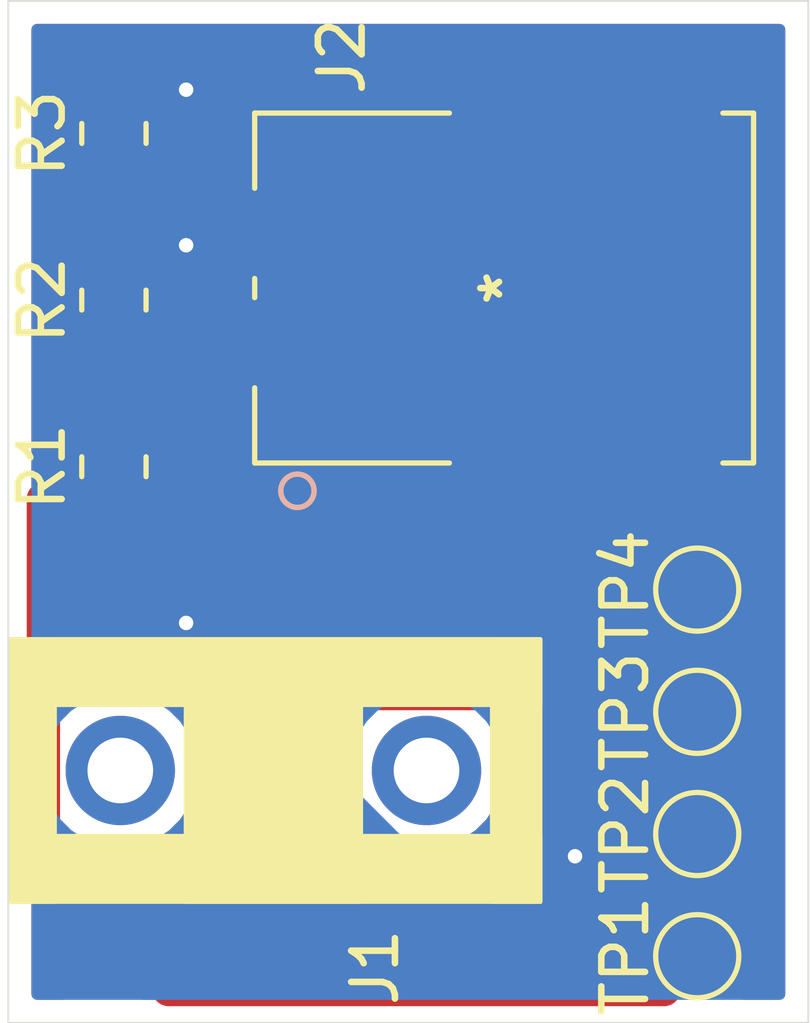
<source format=kicad_pcb>
(kicad_pcb (version 20171130) (host pcbnew 5.1.10-88a1d61d58~89~ubuntu20.04.1)

  (general
    (thickness 1.6002)
    (drawings 4)
    (tracks 42)
    (zones 0)
    (modules 9)
    (nets 7)
  )

  (page A4)
  (layers
    (0 Front signal)
    (1 In1.Cu signal)
    (2 In2.Cu signal)
    (31 Back signal)
    (34 B.Paste user)
    (35 F.Paste user)
    (36 B.SilkS user)
    (37 F.SilkS user)
    (38 B.Mask user)
    (39 F.Mask user)
    (44 Edge.Cuts user)
    (45 Margin user)
    (46 B.CrtYd user)
    (47 F.CrtYd user)
    (49 F.Fab user)
  )

  (setup
    (last_trace_width 0.254)
    (user_trace_width 0.127)
    (user_trace_width 0.254)
    (user_trace_width 0.508)
    (user_trace_width 0.762)
    (trace_clearance 0.127)
    (zone_clearance 0.508)
    (zone_45_only no)
    (trace_min 0.0889)
    (via_size 0.6858)
    (via_drill 0.3302)
    (via_min_size 0.45)
    (via_min_drill 0.2)
    (user_via 0.6858 0.3302)
    (user_via 0.889 0.381)
    (uvia_size 0.6858)
    (uvia_drill 0.3302)
    (uvias_allowed no)
    (uvia_min_size 0.2)
    (uvia_min_drill 0.1)
    (edge_width 0.0381)
    (segment_width 0.254)
    (pcb_text_width 0.3048)
    (pcb_text_size 1.524 1.524)
    (mod_edge_width 0.1524)
    (mod_text_size 0.8128 0.8128)
    (mod_text_width 0.1524)
    (pad_size 1.524 1.524)
    (pad_drill 0.762)
    (pad_to_mask_clearance 0)
    (solder_mask_min_width 0.1016)
    (aux_axis_origin 0 0)
    (visible_elements FFFFFF7F)
    (pcbplotparams
      (layerselection 0x010fc_ffffffff)
      (usegerberextensions false)
      (usegerberattributes true)
      (usegerberadvancedattributes true)
      (creategerberjobfile true)
      (excludeedgelayer true)
      (linewidth 0.100000)
      (plotframeref false)
      (viasonmask false)
      (mode 1)
      (useauxorigin false)
      (hpglpennumber 1)
      (hpglpenspeed 20)
      (hpglpendiameter 15.000000)
      (psnegative false)
      (psa4output false)
      (plotreference true)
      (plotvalue true)
      (plotinvisibletext false)
      (padsonsilk false)
      (subtractmaskfromsilk false)
      (outputformat 1)
      (mirror false)
      (drillshape 1)
      (scaleselection 1)
      (outputdirectory ""))
  )

  (net 0 "")
  (net 1 /3V3)
  (net 2 /V1)
  (net 3 "Net-(J1-Pad6)")
  (net 4 "Net-(J1-Pad5)")
  (net 5 /V2)
  (net 6 /AGND)

  (net_class Default "This is the default net class."
    (clearance 0.127)
    (trace_width 0.254)
    (via_dia 0.6858)
    (via_drill 0.3302)
    (uvia_dia 0.6858)
    (uvia_drill 0.3302)
    (diff_pair_width 0.1524)
    (diff_pair_gap 0.254)
    (add_net /3V3)
    (add_net /AGND)
    (add_net /V1)
    (add_net /V2)
    (add_net "Net-(J1-Pad5)")
    (add_net "Net-(J1-Pad6)")
  )

  (module 1702473:1702473 (layer Front) (tedit 612A7586) (tstamp 612ABA37)
    (at 169.8293 95.975 90)
    (path /612B8589)
    (fp_text reference J2 (at 5.297 -3.7133 90) (layer F.SilkS)
      (effects (font (size 1 1) (thickness 0.15)))
    )
    (fp_text value 1702473 (at -0.037 -1.9353 90) (layer F.Fab)
      (effects (font (size 1 1) (thickness 0.15)))
    )
    (fp_text user * (at 0 0 90) (layer F.Fab)
      (effects (font (size 1 1) (thickness 0.15)))
    )
    (fp_text user * (at 0 0 90) (layer F.SilkS)
      (effects (font (size 1 1) (thickness 0.15)))
    )
    (fp_text user "Copyright 2021 Accelerated Designs. All rights reserved." (at 0 0 90) (layer Cmts.User)
      (effects (font (size 0.127 0.127) (thickness 0.002)))
    )
    (fp_circle (center -4.6355 -4.7253) (end -4.2545 -4.7253) (layer B.SilkS) (width 0.12))
    (fp_circle (center -4.6355 -4.7253) (end -4.2545 -4.7253) (layer F.SilkS) (width 0.12))
    (fp_circle (center -1.25 -6.6303) (end -0.869 -6.6303) (layer F.Fab) (width 0.1))
    (fp_line (start 5.3097 -6.6811) (end -5.3097 -6.6811) (layer F.CrtYd) (width 0.05))
    (fp_line (start 5.3097 5.8293) (end 5.3097 -6.6811) (layer F.CrtYd) (width 0.05))
    (fp_line (start -5.3097 5.8293) (end 5.3097 5.8293) (layer F.CrtYd) (width 0.05))
    (fp_line (start -5.3097 -6.6811) (end -5.3097 5.8293) (layer F.CrtYd) (width 0.05))
    (fp_line (start 4.0005 -1.25204) (end 4.0005 -5.7023) (layer F.SilkS) (width 0.12))
    (fp_line (start -4.0005 5.00144) (end -4.0005 5.7023) (layer F.SilkS) (width 0.12))
    (fp_line (start 0.21876 -5.7023) (end -0.21876 -5.7023) (layer F.SilkS) (width 0.12))
    (fp_line (start -2.28124 -5.7023) (end -4.0005 -5.7023) (layer F.SilkS) (width 0.12))
    (fp_line (start -3.8735 -5.5753) (end -3.8735 5.5753) (layer F.Fab) (width 0.1))
    (fp_line (start 3.8735 -5.5753) (end -3.8735 -5.5753) (layer F.Fab) (width 0.1))
    (fp_line (start 3.8735 5.5753) (end 3.8735 -5.5753) (layer F.Fab) (width 0.1))
    (fp_line (start -3.8735 5.5753) (end 3.8735 5.5753) (layer F.Fab) (width 0.1))
    (fp_line (start -4.0005 -5.7023) (end -4.0005 -1.25204) (layer F.SilkS) (width 0.12))
    (fp_line (start 4.0005 -5.7023) (end 2.28124 -5.7023) (layer F.SilkS) (width 0.12))
    (fp_line (start 4.0005 5.7023) (end 4.0005 5.00144) (layer F.SilkS) (width 0.12))
    (fp_line (start -4.0005 5.7023) (end 4.0005 5.7023) (layer F.SilkS) (width 0.12))
    (pad 4 smd rect (at 3.9 1.8747 90) (size 2.3114 5.588) (layers Front F.Paste F.Mask))
    (pad 3 smd rect (at -3.9 1.8747 90) (size 2.3114 5.588) (layers Front F.Paste F.Mask))
    (pad 2 smd rect (at 1.25 -4.7253 90) (size 1.397 3.4036) (layers Front F.Paste F.Mask)
      (net 6 /AGND))
    (pad 1 smd rect (at -1.25 -4.7253 90) (size 1.397 3.4036) (layers Front F.Paste F.Mask)
      (net 2 /V1))
  )

  (module 54-00177:54-00177 (layer Front) (tedit 612A71BA) (tstamp 612AABF0)
    (at 158.555 110.505)
    (path /612B7BBF)
    (fp_text reference J1 (at 8.323 1.001 90) (layer F.SilkS)
      (effects (font (size 1 1) (thickness 0.15)))
    )
    (fp_text value 54-00177 (at 13.716 -3.429 90) (layer F.Fab)
      (effects (font (size 1 1) (thickness 0.15)))
    )
    (fp_poly (pts (xy 12.1 -5) (xy 0 -5) (xy 0 -6.5) (xy 12.1 -6.5)) (layer F.SilkS) (width 0.1))
    (fp_poly (pts (xy 12.1 -0.5) (xy 0 -0.5) (xy 0 -2) (xy 12.1 -2)) (layer F.SilkS) (width 0.1))
    (fp_poly (pts (xy 8 -6.5) (xy 8 -0.5) (xy 4 -0.5) (xy 4 -6.5)) (layer F.SilkS) (width 0.1))
    (fp_poly (pts (xy 12.1 -0.5) (xy 11 -0.5) (xy 11 -6.5) (xy 12.1 -6.5)) (layer F.SilkS) (width 0.1))
    (fp_poly (pts (xy 1 -0.5) (xy 0 -0.5) (xy 0 -6.5) (xy 1 -6.5)) (layer F.SilkS) (width 0.1))
    (fp_line (start 12.4 1.2) (end 12.4 -8.2) (layer F.CrtYd) (width 0.12))
    (fp_line (start 12.4 -8.2) (end 0 -8.2) (layer F.CrtYd) (width 0.12))
    (fp_line (start 0 -8.2) (end 0 1.2) (layer F.CrtYd) (width 0.12))
    (fp_line (start 0 1.2) (end 12.4 1.2) (layer F.CrtYd) (width 0.12))
    (pad "" thru_hole circle (at 9.5 -3.5) (size 2.5 2.5) (drill 1.5) (layers *.Cu))
    (pad "" thru_hole circle (at 2.5 -3.5) (size 2.5 2.5) (drill 1.5) (layers *.Cu))
    (pad 2 smd rect (at 2.1 -7) (size 1.5 2) (layers Front F.Paste F.Mask)
      (net 6 /AGND))
    (pad 4 smd rect (at 9.3 -7) (size 1.5 2) (layers Front F.Paste F.Mask)
      (net 5 /V2))
    (pad 5 smd rect (at 11.5 -7) (size 1.5 2) (layers Front F.Paste F.Mask)
      (net 4 "Net-(J1-Pad5)"))
    (pad 6 smd rect (at 11 0) (size 1.5 2) (layers Front F.Paste F.Mask)
      (net 3 "Net-(J1-Pad6)"))
    (pad 3 smd rect (at 5.5 0) (size 1.5 2) (layers Front F.Paste F.Mask)
      (net 2 /V1))
    (pad 1 smd rect (at 2.1 0) (size 1.5 2) (layers Front F.Paste F.Mask)
      (net 1 /3V3))
  )

  (module Resistor_SMD:R_0805_2012Metric_Pad1.20x1.40mm_HandSolder (layer Front) (tedit 5F68FEEE) (tstamp 612AB9CA)
    (at 160.909 96.25 90)
    (descr "Resistor SMD 0805 (2012 Metric), square (rectangular) end terminal, IPC_7351 nominal with elongated pad for handsoldering. (Body size source: IPC-SM-782 page 72, https://www.pcb-3d.com/wordpress/wp-content/uploads/ipc-sm-782a_amendment_1_and_2.pdf), generated with kicad-footprint-generator")
    (tags "resistor handsolder")
    (path /612BBBDE)
    (attr smd)
    (fp_text reference R2 (at 0 -1.65 90) (layer F.SilkS)
      (effects (font (size 1 1) (thickness 0.15)))
    )
    (fp_text value 120R (at 0 1.65 90) (layer F.Fab)
      (effects (font (size 1 1) (thickness 0.15)))
    )
    (fp_text user %R (at 0 0 90) (layer F.Fab)
      (effects (font (size 0.5 0.5) (thickness 0.08)))
    )
    (fp_line (start -1 0.625) (end -1 -0.625) (layer F.Fab) (width 0.1))
    (fp_line (start -1 -0.625) (end 1 -0.625) (layer F.Fab) (width 0.1))
    (fp_line (start 1 -0.625) (end 1 0.625) (layer F.Fab) (width 0.1))
    (fp_line (start 1 0.625) (end -1 0.625) (layer F.Fab) (width 0.1))
    (fp_line (start -0.227064 -0.735) (end 0.227064 -0.735) (layer F.SilkS) (width 0.12))
    (fp_line (start -0.227064 0.735) (end 0.227064 0.735) (layer F.SilkS) (width 0.12))
    (fp_line (start -1.85 0.95) (end -1.85 -0.95) (layer F.CrtYd) (width 0.05))
    (fp_line (start -1.85 -0.95) (end 1.85 -0.95) (layer F.CrtYd) (width 0.05))
    (fp_line (start 1.85 -0.95) (end 1.85 0.95) (layer F.CrtYd) (width 0.05))
    (fp_line (start 1.85 0.95) (end -1.85 0.95) (layer F.CrtYd) (width 0.05))
    (pad 2 smd roundrect (at 1 0 90) (size 1.2 1.4) (layers Front F.Paste F.Mask) (roundrect_rratio 0.208333)
      (net 5 /V2))
    (pad 1 smd roundrect (at -1 0 90) (size 1.2 1.4) (layers Front F.Paste F.Mask) (roundrect_rratio 0.208333)
      (net 1 /3V3))
    (model ${KISYS3DMOD}/Resistor_SMD.3dshapes/R_0805_2012Metric.wrl
      (at (xyz 0 0 0))
      (scale (xyz 1 1 1))
      (rotate (xyz 0 0 0))
    )
  )

  (module Resistor_SMD:R_0805_2012Metric_Pad1.20x1.40mm_HandSolder (layer Front) (tedit 5F68FEEE) (tstamp 612ABA90)
    (at 160.909 100.06 90)
    (descr "Resistor SMD 0805 (2012 Metric), square (rectangular) end terminal, IPC_7351 nominal with elongated pad for handsoldering. (Body size source: IPC-SM-782 page 72, https://www.pcb-3d.com/wordpress/wp-content/uploads/ipc-sm-782a_amendment_1_and_2.pdf), generated with kicad-footprint-generator")
    (tags "resistor handsolder")
    (path /612BA8A0)
    (attr smd)
    (fp_text reference R1 (at 0 -1.65 90) (layer F.SilkS)
      (effects (font (size 1 1) (thickness 0.15)))
    )
    (fp_text value 120R (at 0 1.65 90) (layer F.Fab)
      (effects (font (size 1 1) (thickness 0.15)))
    )
    (fp_text user %R (at 0 0 90) (layer F.Fab)
      (effects (font (size 0.5 0.5) (thickness 0.08)))
    )
    (fp_line (start -1 0.625) (end -1 -0.625) (layer F.Fab) (width 0.1))
    (fp_line (start -1 -0.625) (end 1 -0.625) (layer F.Fab) (width 0.1))
    (fp_line (start 1 -0.625) (end 1 0.625) (layer F.Fab) (width 0.1))
    (fp_line (start 1 0.625) (end -1 0.625) (layer F.Fab) (width 0.1))
    (fp_line (start -0.227064 -0.735) (end 0.227064 -0.735) (layer F.SilkS) (width 0.12))
    (fp_line (start -0.227064 0.735) (end 0.227064 0.735) (layer F.SilkS) (width 0.12))
    (fp_line (start -1.85 0.95) (end -1.85 -0.95) (layer F.CrtYd) (width 0.05))
    (fp_line (start -1.85 -0.95) (end 1.85 -0.95) (layer F.CrtYd) (width 0.05))
    (fp_line (start 1.85 -0.95) (end 1.85 0.95) (layer F.CrtYd) (width 0.05))
    (fp_line (start 1.85 0.95) (end -1.85 0.95) (layer F.CrtYd) (width 0.05))
    (pad 2 smd roundrect (at 1 0 90) (size 1.2 1.4) (layers Front F.Paste F.Mask) (roundrect_rratio 0.208333)
      (net 1 /3V3))
    (pad 1 smd roundrect (at -1 0 90) (size 1.2 1.4) (layers Front F.Paste F.Mask) (roundrect_rratio 0.208333)
      (net 2 /V1))
    (model ${KISYS3DMOD}/Resistor_SMD.3dshapes/R_0805_2012Metric.wrl
      (at (xyz 0 0 0))
      (scale (xyz 1 1 1))
      (rotate (xyz 0 0 0))
    )
  )

  (module Resistor_SMD:R_0805_2012Metric_Pad1.20x1.40mm_HandSolder (layer Front) (tedit 5F68FEEE) (tstamp 612AB9FA)
    (at 160.909 92.44 90)
    (descr "Resistor SMD 0805 (2012 Metric), square (rectangular) end terminal, IPC_7351 nominal with elongated pad for handsoldering. (Body size source: IPC-SM-782 page 72, https://www.pcb-3d.com/wordpress/wp-content/uploads/ipc-sm-782a_amendment_1_and_2.pdf), generated with kicad-footprint-generator")
    (tags "resistor handsolder")
    (path /612BBF3B)
    (attr smd)
    (fp_text reference R3 (at 0 -1.65 90) (layer F.SilkS)
      (effects (font (size 1 1) (thickness 0.15)))
    )
    (fp_text value 120R (at 0 1.65 90) (layer F.Fab)
      (effects (font (size 1 1) (thickness 0.15)))
    )
    (fp_text user %R (at 0 0 90) (layer F.Fab)
      (effects (font (size 0.5 0.5) (thickness 0.08)))
    )
    (fp_line (start -1 0.625) (end -1 -0.625) (layer F.Fab) (width 0.1))
    (fp_line (start -1 -0.625) (end 1 -0.625) (layer F.Fab) (width 0.1))
    (fp_line (start 1 -0.625) (end 1 0.625) (layer F.Fab) (width 0.1))
    (fp_line (start 1 0.625) (end -1 0.625) (layer F.Fab) (width 0.1))
    (fp_line (start -0.227064 -0.735) (end 0.227064 -0.735) (layer F.SilkS) (width 0.12))
    (fp_line (start -0.227064 0.735) (end 0.227064 0.735) (layer F.SilkS) (width 0.12))
    (fp_line (start -1.85 0.95) (end -1.85 -0.95) (layer F.CrtYd) (width 0.05))
    (fp_line (start -1.85 -0.95) (end 1.85 -0.95) (layer F.CrtYd) (width 0.05))
    (fp_line (start 1.85 -0.95) (end 1.85 0.95) (layer F.CrtYd) (width 0.05))
    (fp_line (start 1.85 0.95) (end -1.85 0.95) (layer F.CrtYd) (width 0.05))
    (pad 2 smd roundrect (at 1 0 90) (size 1.2 1.4) (layers Front F.Paste F.Mask) (roundrect_rratio 0.208333)
      (net 6 /AGND))
    (pad 1 smd roundrect (at -1 0 90) (size 1.2 1.4) (layers Front F.Paste F.Mask) (roundrect_rratio 0.208333)
      (net 5 /V2))
    (model ${KISYS3DMOD}/Resistor_SMD.3dshapes/R_0805_2012Metric.wrl
      (at (xyz 0 0 0))
      (scale (xyz 1 1 1))
      (rotate (xyz 0 0 0))
    )
  )

  (module TestPoint:TestPoint_Pad_D1.5mm (layer Front) (tedit 5A0F774F) (tstamp 612ABEF3)
    (at 174.244 111.252 90)
    (descr "SMD pad as test Point, diameter 1.5mm")
    (tags "test point SMD pad")
    (path /612F01C8)
    (attr virtual)
    (fp_text reference TP1 (at 0 -1.648 90) (layer F.SilkS)
      (effects (font (size 1 1) (thickness 0.15)))
    )
    (fp_text value 3V3 (at 0 1.75 90) (layer F.Fab)
      (effects (font (size 1 1) (thickness 0.15)))
    )
    (fp_text user %R (at 0 -1.65 90) (layer F.Fab)
      (effects (font (size 1 1) (thickness 0.15)))
    )
    (fp_circle (center 0 0) (end 1.25 0) (layer F.CrtYd) (width 0.05))
    (fp_circle (center 0 0) (end 0 0.95) (layer F.SilkS) (width 0.12))
    (pad 1 smd circle (at 0 0 90) (size 1.5 1.5) (layers Front F.Mask)
      (net 1 /3V3))
  )

  (module TestPoint:TestPoint_Pad_D1.5mm (layer Front) (tedit 5A0F774F) (tstamp 612ABEFA)
    (at 174.244 108.458 90)
    (descr "SMD pad as test Point, diameter 1.5mm")
    (tags "test point SMD pad")
    (path /612F1E52)
    (attr virtual)
    (fp_text reference TP2 (at 0 -1.648 90) (layer F.SilkS)
      (effects (font (size 1 1) (thickness 0.15)))
    )
    (fp_text value GND (at 0 1.75 90) (layer F.Fab)
      (effects (font (size 1 1) (thickness 0.15)))
    )
    (fp_text user %R (at 0 -1.65 90) (layer F.Fab)
      (effects (font (size 1 1) (thickness 0.15)))
    )
    (fp_circle (center 0 0) (end 1.25 0) (layer F.CrtYd) (width 0.05))
    (fp_circle (center 0 0) (end 0 0.95) (layer F.SilkS) (width 0.12))
    (pad 1 smd circle (at 0 0 90) (size 1.5 1.5) (layers Front F.Mask)
      (net 6 /AGND))
  )

  (module TestPoint:TestPoint_Pad_D1.5mm (layer Front) (tedit 5A0F774F) (tstamp 612ABF01)
    (at 174.244 105.664 90)
    (descr "SMD pad as test Point, diameter 1.5mm")
    (tags "test point SMD pad")
    (path /612F22C0)
    (attr virtual)
    (fp_text reference TP3 (at 0 -1.648 90) (layer F.SilkS)
      (effects (font (size 1 1) (thickness 0.15)))
    )
    (fp_text value V1 (at 0 1.75 90) (layer F.Fab)
      (effects (font (size 1 1) (thickness 0.15)))
    )
    (fp_text user %R (at 0 -1.65 90) (layer F.Fab)
      (effects (font (size 1 1) (thickness 0.15)))
    )
    (fp_circle (center 0 0) (end 1.25 0) (layer F.CrtYd) (width 0.05))
    (fp_circle (center 0 0) (end 0 0.95) (layer F.SilkS) (width 0.12))
    (pad 1 smd circle (at 0 0 90) (size 1.5 1.5) (layers Front F.Mask)
      (net 2 /V1))
  )

  (module TestPoint:TestPoint_Pad_D1.5mm (layer Front) (tedit 5A0F774F) (tstamp 612ABF08)
    (at 174.244 102.87 90)
    (descr "SMD pad as test Point, diameter 1.5mm")
    (tags "test point SMD pad")
    (path /612F26F0)
    (attr virtual)
    (fp_text reference TP4 (at 0 -1.648 90) (layer F.SilkS)
      (effects (font (size 1 1) (thickness 0.15)))
    )
    (fp_text value V2 (at 0 1.75 90) (layer F.Fab)
      (effects (font (size 1 1) (thickness 0.15)))
    )
    (fp_text user %R (at 0 -1.65 90) (layer F.Fab)
      (effects (font (size 1 1) (thickness 0.15)))
    )
    (fp_circle (center 0 0) (end 1.25 0) (layer F.CrtYd) (width 0.05))
    (fp_circle (center 0 0) (end 0 0.95) (layer F.SilkS) (width 0.12))
    (pad 1 smd circle (at 0 0 90) (size 1.5 1.5) (layers Front F.Mask)
      (net 5 /V2))
  )

  (gr_line (start 176.784 112.776) (end 158.496 112.776) (layer Edge.Cuts) (width 0.0381) (tstamp 612ABB6F))
  (gr_line (start 176.784 89.408) (end 176.784 112.776) (layer Edge.Cuts) (width 0.0381))
  (gr_line (start 158.496 89.408) (end 176.784 89.408) (layer Edge.Cuts) (width 0.0381))
  (gr_line (start 158.496 112.776) (end 158.496 89.408) (layer Edge.Cuts) (width 0.0381))

  (segment (start 160.909 99.06) (end 160.909 97.25) (width 0.762) (layer Front) (net 1))
  (segment (start 159.296999 109.146999) (end 160.655 110.505) (width 0.762) (layer Front) (net 1))
  (segment (start 159.296999 100.800011) (end 159.296999 109.146999) (width 0.762) (layer Front) (net 1))
  (segment (start 160.909 99.18801) (end 159.296999 100.800011) (width 0.762) (layer Front) (net 1))
  (segment (start 160.909 99.06) (end 160.909 99.18801) (width 0.762) (layer Front) (net 1))
  (segment (start 173.482999 112.013001) (end 174.244 111.252) (width 0.762) (layer Front) (net 1))
  (segment (start 162.163001 112.013001) (end 173.482999 112.013001) (width 0.762) (layer Front) (net 1))
  (segment (start 160.655 110.505) (end 162.163001 112.013001) (width 0.762) (layer Front) (net 1))
  (segment (start 164.055 98.274) (end 165.104 97.225) (width 0.762) (layer Front) (net 2))
  (segment (start 163.994 101.06) (end 164.055 101.121) (width 0.762) (layer Front) (net 2))
  (segment (start 160.909 101.06) (end 163.994 101.06) (width 0.762) (layer Front) (net 2))
  (segment (start 164.055 101.121) (end 164.055 98.274) (width 0.762) (layer Front) (net 2))
  (segment (start 164.189001 105.246999) (end 164.055 105.381) (width 0.762) (layer Front) (net 2))
  (segment (start 173.826999 105.246999) (end 164.189001 105.246999) (width 0.762) (layer Front) (net 2))
  (segment (start 174.244 105.664) (end 173.826999 105.246999) (width 0.762) (layer Front) (net 2))
  (segment (start 164.055 105.381) (end 164.055 101.121) (width 0.762) (layer Front) (net 2))
  (segment (start 164.055 110.505) (end 164.055 105.381) (width 0.762) (layer Front) (net 2))
  (segment (start 167.982898 103.377102) (end 167.855 103.505) (width 0.762) (layer Front) (net 5))
  (segment (start 160.909 95.25) (end 160.909 93.44) (width 0.762) (layer Front) (net 5))
  (segment (start 167.133702 93.44) (end 167.855 94.161298) (width 0.762) (layer Front) (net 5))
  (segment (start 160.909 93.44) (end 167.133702 93.44) (width 0.762) (layer Front) (net 5))
  (segment (start 173.370999 101.996999) (end 167.958999 101.996999) (width 0.762) (layer Front) (net 5))
  (segment (start 167.958999 101.996999) (end 167.855 101.893) (width 0.762) (layer Front) (net 5))
  (segment (start 174.244 102.87) (end 173.370999 101.996999) (width 0.762) (layer Front) (net 5))
  (segment (start 167.855 101.893) (end 167.855 103.505) (width 0.762) (layer Front) (net 5))
  (segment (start 167.855 94.161298) (end 167.855 101.893) (width 0.762) (layer Front) (net 5))
  (via (at 162.56 91.44) (size 0.6858) (drill 0.3302) (layers Front Back) (net 6))
  (segment (start 160.909 91.44) (end 162.56 91.44) (width 0.762) (layer Front) (net 6))
  (via (at 162.56 94.996) (size 0.6858) (drill 0.3302) (layers Front Back) (net 6))
  (segment (start 162.56 91.44) (end 162.56 94.996) (width 0.762) (layer Back) (net 6))
  (segment (start 164.833 94.996) (end 165.104 94.725) (width 0.762) (layer Front) (net 6))
  (segment (start 162.56 94.996) (end 164.833 94.996) (width 0.762) (layer Front) (net 6))
  (via (at 162.56 103.632) (size 0.6858) (drill 0.3302) (layers Front Back) (net 6))
  (segment (start 162.433 103.505) (end 162.56 103.632) (width 0.762) (layer Front) (net 6))
  (segment (start 160.655 103.505) (end 162.433 103.505) (width 0.762) (layer Front) (net 6))
  (segment (start 162.56 103.632) (end 162.56 94.996) (width 0.762) (layer Back) (net 6))
  (segment (start 162.56 104.116933) (end 167.409067 108.966) (width 0.762) (layer Back) (net 6))
  (segment (start 162.56 103.632) (end 162.56 104.116933) (width 0.762) (layer Back) (net 6))
  (via (at 171.45 108.966) (size 0.6858) (drill 0.3302) (layers Front Back) (net 6))
  (segment (start 167.409067 108.966) (end 171.45 108.966) (width 0.762) (layer Back) (net 6))
  (segment (start 173.736 108.966) (end 174.244 108.458) (width 0.762) (layer Front) (net 6))
  (segment (start 171.45 108.966) (end 173.736 108.966) (width 0.762) (layer Front) (net 6))

  (zone (net 6) (net_name /AGND) (layer Back) (tstamp 0) (hatch edge 0.508)
    (connect_pads (clearance 0.508))
    (min_thickness 0.254)
    (fill yes (arc_segments 32) (thermal_gap 0.508) (thermal_bridge_width 0.508))
    (polygon
      (pts
        (xy 176.784 112.776) (xy 158.496 112.776) (xy 158.496 89.408) (xy 176.784 89.408)
      )
    )
    (filled_polygon
      (pts
        (xy 176.129951 112.12195) (xy 159.15005 112.12195) (xy 159.15005 106.819344) (xy 159.17 106.819344) (xy 159.17 107.190656)
        (xy 159.242439 107.554834) (xy 159.384534 107.897882) (xy 159.590825 108.206618) (xy 159.853382 108.469175) (xy 160.162118 108.675466)
        (xy 160.505166 108.817561) (xy 160.869344 108.89) (xy 161.240656 108.89) (xy 161.604834 108.817561) (xy 161.947882 108.675466)
        (xy 162.256618 108.469175) (xy 162.519175 108.206618) (xy 162.725466 107.897882) (xy 162.867561 107.554834) (xy 162.94 107.190656)
        (xy 162.94 106.819344) (xy 166.17 106.819344) (xy 166.17 107.190656) (xy 166.242439 107.554834) (xy 166.384534 107.897882)
        (xy 166.590825 108.206618) (xy 166.853382 108.469175) (xy 167.162118 108.675466) (xy 167.505166 108.817561) (xy 167.869344 108.89)
        (xy 168.240656 108.89) (xy 168.604834 108.817561) (xy 168.947882 108.675466) (xy 169.256618 108.469175) (xy 169.519175 108.206618)
        (xy 169.725466 107.897882) (xy 169.867561 107.554834) (xy 169.94 107.190656) (xy 169.94 106.819344) (xy 169.867561 106.455166)
        (xy 169.725466 106.112118) (xy 169.519175 105.803382) (xy 169.256618 105.540825) (xy 168.947882 105.334534) (xy 168.604834 105.192439)
        (xy 168.240656 105.12) (xy 167.869344 105.12) (xy 167.505166 105.192439) (xy 167.162118 105.334534) (xy 166.853382 105.540825)
        (xy 166.590825 105.803382) (xy 166.384534 106.112118) (xy 166.242439 106.455166) (xy 166.17 106.819344) (xy 162.94 106.819344)
        (xy 162.867561 106.455166) (xy 162.725466 106.112118) (xy 162.519175 105.803382) (xy 162.256618 105.540825) (xy 161.947882 105.334534)
        (xy 161.604834 105.192439) (xy 161.240656 105.12) (xy 160.869344 105.12) (xy 160.505166 105.192439) (xy 160.162118 105.334534)
        (xy 159.853382 105.540825) (xy 159.590825 105.803382) (xy 159.384534 106.112118) (xy 159.242439 106.455166) (xy 159.17 106.819344)
        (xy 159.15005 106.819344) (xy 159.15005 90.06205) (xy 176.12995 90.06205)
      )
    )
  )
  (zone (net 1) (net_name /3V3) (layer Front) (tstamp 0) (hatch edge 0.508)
    (connect_pads (clearance 0.508))
    (min_thickness 0.254)
    (fill yes (arc_segments 32) (thermal_gap 0.508) (thermal_bridge_width 0.508))
    (polygon
      (pts
        (xy 176.784 112.776) (xy 158.496 112.776) (xy 158.496 89.408) (xy 176.784 89.408)
      )
    )
    (filled_polygon
      (pts
        (xy 176.129951 112.12195) (xy 175.293558 112.12195) (xy 175.200995 112.029387) (xy 175.43986 111.963863) (xy 175.55576 111.716884)
        (xy 175.62125 111.45204) (xy 175.633812 111.179508) (xy 175.592965 110.909762) (xy 175.500277 110.653168) (xy 175.43986 110.540137)
        (xy 175.200993 110.474612) (xy 174.423605 111.252) (xy 174.437748 111.266143) (xy 174.258143 111.445748) (xy 174.244 111.431605)
        (xy 174.229858 111.445748) (xy 174.050253 111.266143) (xy 174.064395 111.252) (xy 173.287007 110.474612) (xy 173.04814 110.540137)
        (xy 172.93224 110.787116) (xy 172.86675 111.05196) (xy 172.854188 111.324492) (xy 172.895035 111.594238) (xy 172.987723 111.850832)
        (xy 173.04814 111.963863) (xy 173.287005 112.029387) (xy 173.194442 112.12195) (xy 170.458696 112.12195) (xy 170.54918 112.094502)
        (xy 170.659494 112.035537) (xy 170.756185 111.956185) (xy 170.835537 111.859494) (xy 170.894502 111.74918) (xy 170.930812 111.629482)
        (xy 170.943072 111.505) (xy 170.943072 109.84707) (xy 171.059313 109.909202) (xy 171.250829 109.967298) (xy 171.400098 109.982)
        (xy 173.683158 109.982) (xy 173.645168 109.995723) (xy 173.532137 110.05614) (xy 173.466612 110.295007) (xy 174.244 111.072395)
        (xy 175.021388 110.295007) (xy 174.955863 110.05614) (xy 174.708884 109.94024) (xy 174.44404 109.87475) (xy 174.21122 109.864018)
        (xy 174.250543 109.843) (xy 174.380411 109.843) (xy 174.647989 109.789775) (xy 174.900043 109.685371) (xy 175.126886 109.533799)
        (xy 175.319799 109.340886) (xy 175.471371 109.114043) (xy 175.575775 108.861989) (xy 175.629 108.594411) (xy 175.629 108.321589)
        (xy 175.575775 108.054011) (xy 175.471371 107.801957) (xy 175.319799 107.575114) (xy 175.126886 107.382201) (xy 174.900043 107.230629)
        (xy 174.647989 107.126225) (xy 174.380411 107.073) (xy 174.107589 107.073) (xy 173.840011 107.126225) (xy 173.587957 107.230629)
        (xy 173.361114 107.382201) (xy 173.168201 107.575114) (xy 173.016629 107.801957) (xy 172.955308 107.95) (xy 171.400098 107.95)
        (xy 171.250829 107.964702) (xy 171.059313 108.022798) (xy 170.88281 108.11714) (xy 170.728104 108.244104) (xy 170.60114 108.39881)
        (xy 170.506798 108.575313) (xy 170.448702 108.766829) (xy 170.437399 108.88159) (xy 170.429482 108.879188) (xy 170.305 108.866928)
        (xy 168.805 108.866928) (xy 168.680518 108.879188) (xy 168.56082 108.915498) (xy 168.450506 108.974463) (xy 168.353815 109.053815)
        (xy 168.274463 109.150506) (xy 168.215498 109.26082) (xy 168.179188 109.380518) (xy 168.166928 109.505) (xy 168.166928 111.505)
        (xy 168.179188 111.629482) (xy 168.215498 111.74918) (xy 168.274463 111.859494) (xy 168.353815 111.956185) (xy 168.450506 112.035537)
        (xy 168.56082 112.094502) (xy 168.651304 112.12195) (xy 164.958696 112.12195) (xy 165.04918 112.094502) (xy 165.159494 112.035537)
        (xy 165.256185 111.956185) (xy 165.335537 111.859494) (xy 165.394502 111.74918) (xy 165.430812 111.629482) (xy 165.443072 111.505)
        (xy 165.443072 109.505) (xy 165.430812 109.380518) (xy 165.394502 109.26082) (xy 165.335537 109.150506) (xy 165.256185 109.053815)
        (xy 165.159494 108.974463) (xy 165.071 108.927161) (xy 165.071 106.262999) (xy 166.322037 106.262999) (xy 166.242439 106.455166)
        (xy 166.17 106.819344) (xy 166.17 107.190656) (xy 166.242439 107.554834) (xy 166.384534 107.897882) (xy 166.590825 108.206618)
        (xy 166.853382 108.469175) (xy 167.162118 108.675466) (xy 167.505166 108.817561) (xy 167.869344 108.89) (xy 168.240656 108.89)
        (xy 168.604834 108.817561) (xy 168.947882 108.675466) (xy 169.256618 108.469175) (xy 169.519175 108.206618) (xy 169.725466 107.897882)
        (xy 169.867561 107.554834) (xy 169.94 107.190656) (xy 169.94 106.819344) (xy 169.867561 106.455166) (xy 169.787963 106.262999)
        (xy 172.993001 106.262999) (xy 173.016629 106.320043) (xy 173.168201 106.546886) (xy 173.361114 106.739799) (xy 173.587957 106.891371)
        (xy 173.840011 106.995775) (xy 174.107589 107.049) (xy 174.380411 107.049) (xy 174.647989 106.995775) (xy 174.900043 106.891371)
        (xy 175.126886 106.739799) (xy 175.319799 106.546886) (xy 175.471371 106.320043) (xy 175.575775 106.067989) (xy 175.629 105.800411)
        (xy 175.629 105.527589) (xy 175.575775 105.260011) (xy 175.471371 105.007957) (xy 175.319799 104.781114) (xy 175.126886 104.588201)
        (xy 174.900043 104.436629) (xy 174.647989 104.332225) (xy 174.380411 104.279) (xy 174.135942 104.279) (xy 174.02617 104.245701)
        (xy 173.876901 104.230999) (xy 173.826999 104.226084) (xy 173.777097 104.230999) (xy 171.443072 104.230999) (xy 171.443072 103.012999)
        (xy 172.86031 103.012999) (xy 172.912225 103.273989) (xy 173.016629 103.526043) (xy 173.168201 103.752886) (xy 173.361114 103.945799)
        (xy 173.587957 104.097371) (xy 173.840011 104.201775) (xy 174.107589 104.255) (xy 174.380411 104.255) (xy 174.647989 104.201775)
        (xy 174.900043 104.097371) (xy 175.126886 103.945799) (xy 175.319799 103.752886) (xy 175.471371 103.526043) (xy 175.575775 103.273989)
        (xy 175.629 103.006411) (xy 175.629 102.733589) (xy 175.575775 102.466011) (xy 175.471371 102.213957) (xy 175.319799 101.987114)
        (xy 175.126886 101.794201) (xy 174.900043 101.642629) (xy 174.787463 101.595997) (xy 174.852494 101.561237) (xy 174.949185 101.481885)
        (xy 175.028537 101.385194) (xy 175.087502 101.27488) (xy 175.123812 101.155182) (xy 175.136072 101.0307) (xy 175.136072 98.7193)
        (xy 175.123812 98.594818) (xy 175.087502 98.47512) (xy 175.028537 98.364806) (xy 174.949185 98.268115) (xy 174.852494 98.188763)
        (xy 174.74218 98.129798) (xy 174.622482 98.093488) (xy 174.498 98.081228) (xy 168.91 98.081228) (xy 168.871 98.085069)
        (xy 168.871 94.211191) (xy 168.875914 94.161297) (xy 168.871 94.111403) (xy 168.871 94.111396) (xy 168.856298 93.962127)
        (xy 168.825453 93.860445) (xy 168.91 93.868772) (xy 174.498 93.868772) (xy 174.622482 93.856512) (xy 174.74218 93.820202)
        (xy 174.852494 93.761237) (xy 174.949185 93.681885) (xy 175.028537 93.585194) (xy 175.087502 93.47488) (xy 175.123812 93.355182)
        (xy 175.136072 93.2307) (xy 175.136072 90.9193) (xy 175.123812 90.794818) (xy 175.087502 90.67512) (xy 175.028537 90.564806)
        (xy 174.949185 90.468115) (xy 174.852494 90.388763) (xy 174.74218 90.329798) (xy 174.622482 90.293488) (xy 174.498 90.281228)
        (xy 168.91 90.281228) (xy 168.785518 90.293488) (xy 168.66582 90.329798) (xy 168.555506 90.388763) (xy 168.458815 90.468115)
        (xy 168.379463 90.564806) (xy 168.320498 90.67512) (xy 168.284188 90.794818) (xy 168.271928 90.9193) (xy 168.271928 93.141385)
        (xy 167.887414 92.756872) (xy 167.855598 92.718104) (xy 167.700892 92.59114) (xy 167.524389 92.496798) (xy 167.332873 92.438702)
        (xy 167.183604 92.424) (xy 167.133702 92.419085) (xy 167.0838 92.424) (xy 162.816195 92.424) (xy 162.950687 92.383202)
        (xy 163.12719 92.28886) (xy 163.281896 92.161896) (xy 163.40886 92.00719) (xy 163.503202 91.830687) (xy 163.561298 91.639171)
        (xy 163.580915 91.44) (xy 163.561298 91.240829) (xy 163.503202 91.049313) (xy 163.40886 90.87281) (xy 163.281896 90.718104)
        (xy 163.12719 90.59114) (xy 162.950687 90.496798) (xy 162.759171 90.438702) (xy 162.609902 90.424) (xy 161.940613 90.424)
        (xy 161.852387 90.351595) (xy 161.698851 90.269528) (xy 161.532255 90.218992) (xy 161.359001 90.201928) (xy 160.458999 90.201928)
        (xy 160.285745 90.218992) (xy 160.119149 90.269528) (xy 159.965613 90.351595) (xy 159.831038 90.462038) (xy 159.720595 90.596613)
        (xy 159.638528 90.750149) (xy 159.587992 90.916745) (xy 159.570928 91.089999) (xy 159.570928 91.790001) (xy 159.587992 91.963255)
        (xy 159.638528 92.129851) (xy 159.720595 92.283387) (xy 159.831038 92.417962) (xy 159.857891 92.44) (xy 159.831038 92.462038)
        (xy 159.720595 92.596613) (xy 159.638528 92.750149) (xy 159.587992 92.916745) (xy 159.570928 93.089999) (xy 159.570928 93.790001)
        (xy 159.587992 93.963255) (xy 159.638528 94.129851) (xy 159.720595 94.283387) (xy 159.77116 94.345) (xy 159.720595 94.406613)
        (xy 159.638528 94.560149) (xy 159.587992 94.726745) (xy 159.570928 94.899999) (xy 159.570928 95.600001) (xy 159.587992 95.773255)
        (xy 159.638528 95.939851) (xy 159.720595 96.093387) (xy 159.787276 96.174637) (xy 159.757815 96.198815) (xy 159.678463 96.295506)
        (xy 159.619498 96.40582) (xy 159.583188 96.525518) (xy 159.570928 96.65) (xy 159.574 96.96425) (xy 159.73275 97.123)
        (xy 160.782 97.123) (xy 160.782 97.103) (xy 161.036 97.103) (xy 161.036 97.123) (xy 162.08525 97.123)
        (xy 162.244 96.96425) (xy 162.247072 96.65) (xy 162.234812 96.525518) (xy 162.198502 96.40582) (xy 162.139537 96.295506)
        (xy 162.060185 96.198815) (xy 162.030724 96.174637) (xy 162.097405 96.093387) (xy 162.178353 95.941944) (xy 162.360829 95.997298)
        (xy 162.510098 96.012) (xy 163.028165 96.012) (xy 162.951015 96.075315) (xy 162.871663 96.172006) (xy 162.812698 96.28232)
        (xy 162.776388 96.402018) (xy 162.764128 96.5265) (xy 162.764128 97.9235) (xy 162.776388 98.047982) (xy 162.812698 98.16768)
        (xy 162.871663 98.277994) (xy 162.951015 98.374685) (xy 163.039001 98.446893) (xy 163.039 100.044) (xy 162.115322 100.044)
        (xy 162.139537 100.014494) (xy 162.198502 99.90418) (xy 162.234812 99.784482) (xy 162.247072 99.66) (xy 162.244 99.34575)
        (xy 162.08525 99.187) (xy 161.036 99.187) (xy 161.036 99.207) (xy 160.782 99.207) (xy 160.782 99.187)
        (xy 159.73275 99.187) (xy 159.574 99.34575) (xy 159.570928 99.66) (xy 159.583188 99.784482) (xy 159.619498 99.90418)
        (xy 159.678463 100.014494) (xy 159.757815 100.111185) (xy 159.787276 100.135363) (xy 159.720595 100.216613) (xy 159.638528 100.370149)
        (xy 159.587992 100.536745) (xy 159.570928 100.709999) (xy 159.570928 101.410001) (xy 159.587992 101.583255) (xy 159.638528 101.749851)
        (xy 159.717825 101.898206) (xy 159.66082 101.915498) (xy 159.550506 101.974463) (xy 159.453815 102.053815) (xy 159.374463 102.150506)
        (xy 159.315498 102.26082) (xy 159.279188 102.380518) (xy 159.266928 102.505) (xy 159.266928 104.505) (xy 159.279188 104.629482)
        (xy 159.315498 104.74918) (xy 159.374463 104.859494) (xy 159.453815 104.956185) (xy 159.550506 105.035537) (xy 159.66082 105.094502)
        (xy 159.780518 105.130812) (xy 159.905 105.143072) (xy 160.753352 105.143072) (xy 160.505166 105.192439) (xy 160.162118 105.334534)
        (xy 159.853382 105.540825) (xy 159.590825 105.803382) (xy 159.384534 106.112118) (xy 159.242439 106.455166) (xy 159.17 106.819344)
        (xy 159.17 107.190656) (xy 159.242439 107.554834) (xy 159.384534 107.897882) (xy 159.590825 108.206618) (xy 159.853382 108.469175)
        (xy 160.162118 108.675466) (xy 160.505166 108.817561) (xy 160.869344 108.89) (xy 160.92075 108.89) (xy 160.782 109.02875)
        (xy 160.782 110.378) (xy 161.88125 110.378) (xy 162.04 110.21925) (xy 162.043072 109.505) (xy 162.030812 109.380518)
        (xy 161.994502 109.26082) (xy 161.935537 109.150506) (xy 161.856185 109.053815) (xy 161.759494 108.974463) (xy 161.64918 108.915498)
        (xy 161.529482 108.879188) (xy 161.405 108.866928) (xy 161.354984 108.867259) (xy 161.604834 108.817561) (xy 161.947882 108.675466)
        (xy 162.256618 108.469175) (xy 162.519175 108.206618) (xy 162.725466 107.897882) (xy 162.867561 107.554834) (xy 162.94 107.190656)
        (xy 162.94 106.819344) (xy 162.867561 106.455166) (xy 162.725466 106.112118) (xy 162.519175 105.803382) (xy 162.256618 105.540825)
        (xy 161.947882 105.334534) (xy 161.604834 105.192439) (xy 161.356648 105.143072) (xy 161.405 105.143072) (xy 161.529482 105.130812)
        (xy 161.64918 105.094502) (xy 161.759494 105.035537) (xy 161.856185 104.956185) (xy 161.935537 104.859494) (xy 161.994502 104.74918)
        (xy 162.030812 104.629482) (xy 162.041496 104.521) (xy 162.06791 104.521) (xy 162.169313 104.575201) (xy 162.36083 104.633298)
        (xy 162.559999 104.652915) (xy 162.75917 104.633298) (xy 162.950687 104.575201) (xy 163.039 104.527997) (xy 163.039 105.331098)
        (xy 163.034085 105.381) (xy 163.039 105.430901) (xy 163.039001 105.430911) (xy 163.039 108.927161) (xy 162.950506 108.974463)
        (xy 162.853815 109.053815) (xy 162.774463 109.150506) (xy 162.715498 109.26082) (xy 162.679188 109.380518) (xy 162.666928 109.505)
        (xy 162.666928 111.505) (xy 162.679188 111.629482) (xy 162.715498 111.74918) (xy 162.774463 111.859494) (xy 162.853815 111.956185)
        (xy 162.950506 112.035537) (xy 163.06082 112.094502) (xy 163.151304 112.12195) (xy 161.558696 112.12195) (xy 161.64918 112.094502)
        (xy 161.759494 112.035537) (xy 161.856185 111.956185) (xy 161.935537 111.859494) (xy 161.994502 111.74918) (xy 162.030812 111.629482)
        (xy 162.043072 111.505) (xy 162.04 110.79075) (xy 161.88125 110.632) (xy 160.782 110.632) (xy 160.782 110.652)
        (xy 160.528 110.652) (xy 160.528 110.632) (xy 159.42875 110.632) (xy 159.27 110.79075) (xy 159.266928 111.505)
        (xy 159.279188 111.629482) (xy 159.315498 111.74918) (xy 159.374463 111.859494) (xy 159.453815 111.956185) (xy 159.550506 112.035537)
        (xy 159.66082 112.094502) (xy 159.751304 112.12195) (xy 159.15005 112.12195) (xy 159.15005 109.505) (xy 159.266928 109.505)
        (xy 159.27 110.21925) (xy 159.42875 110.378) (xy 160.528 110.378) (xy 160.528 109.02875) (xy 160.36925 108.87)
        (xy 159.905 108.866928) (xy 159.780518 108.879188) (xy 159.66082 108.915498) (xy 159.550506 108.974463) (xy 159.453815 109.053815)
        (xy 159.374463 109.150506) (xy 159.315498 109.26082) (xy 159.279188 109.380518) (xy 159.266928 109.505) (xy 159.15005 109.505)
        (xy 159.15005 97.85) (xy 159.570928 97.85) (xy 159.583188 97.974482) (xy 159.619498 98.09418) (xy 159.652007 98.155)
        (xy 159.619498 98.21582) (xy 159.583188 98.335518) (xy 159.570928 98.46) (xy 159.574 98.77425) (xy 159.73275 98.933)
        (xy 160.782 98.933) (xy 160.782 97.377) (xy 161.036 97.377) (xy 161.036 98.933) (xy 162.08525 98.933)
        (xy 162.244 98.77425) (xy 162.247072 98.46) (xy 162.234812 98.335518) (xy 162.198502 98.21582) (xy 162.165993 98.155)
        (xy 162.198502 98.09418) (xy 162.234812 97.974482) (xy 162.247072 97.85) (xy 162.244 97.53575) (xy 162.08525 97.377)
        (xy 161.036 97.377) (xy 160.782 97.377) (xy 159.73275 97.377) (xy 159.574 97.53575) (xy 159.570928 97.85)
        (xy 159.15005 97.85) (xy 159.15005 90.06205) (xy 176.12995 90.06205)
      )
    )
  )
)

</source>
